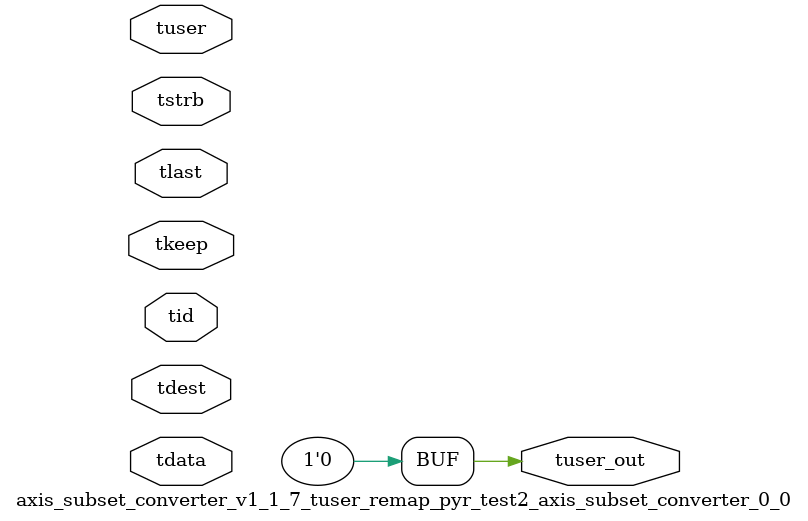
<source format=v>


`timescale 1ps/1ps

module axis_subset_converter_v1_1_7_tuser_remap_pyr_test2_axis_subset_converter_0_0 #
(
parameter C_S_AXIS_TUSER_WIDTH = 1,
parameter C_S_AXIS_TDATA_WIDTH = 32,
parameter C_S_AXIS_TID_WIDTH   = 0,
parameter C_S_AXIS_TDEST_WIDTH = 0,
parameter C_M_AXIS_TUSER_WIDTH = 1
)
(
input  [(C_S_AXIS_TUSER_WIDTH == 0 ? 1 : C_S_AXIS_TUSER_WIDTH)-1:0     ] tuser,
input  [(C_S_AXIS_TDATA_WIDTH == 0 ? 1 : C_S_AXIS_TDATA_WIDTH)-1:0     ] tdata,
input  [(C_S_AXIS_TID_WIDTH   == 0 ? 1 : C_S_AXIS_TID_WIDTH)-1:0       ] tid,
input  [(C_S_AXIS_TDEST_WIDTH == 0 ? 1 : C_S_AXIS_TDEST_WIDTH)-1:0     ] tdest,
input  [(C_S_AXIS_TDATA_WIDTH/8)-1:0 ] tkeep,
input  [(C_S_AXIS_TDATA_WIDTH/8)-1:0 ] tstrb,
input                                                                    tlast,
output [C_M_AXIS_TUSER_WIDTH-1:0] tuser_out
);

assign tuser_out = {1'b0};

endmodule


</source>
